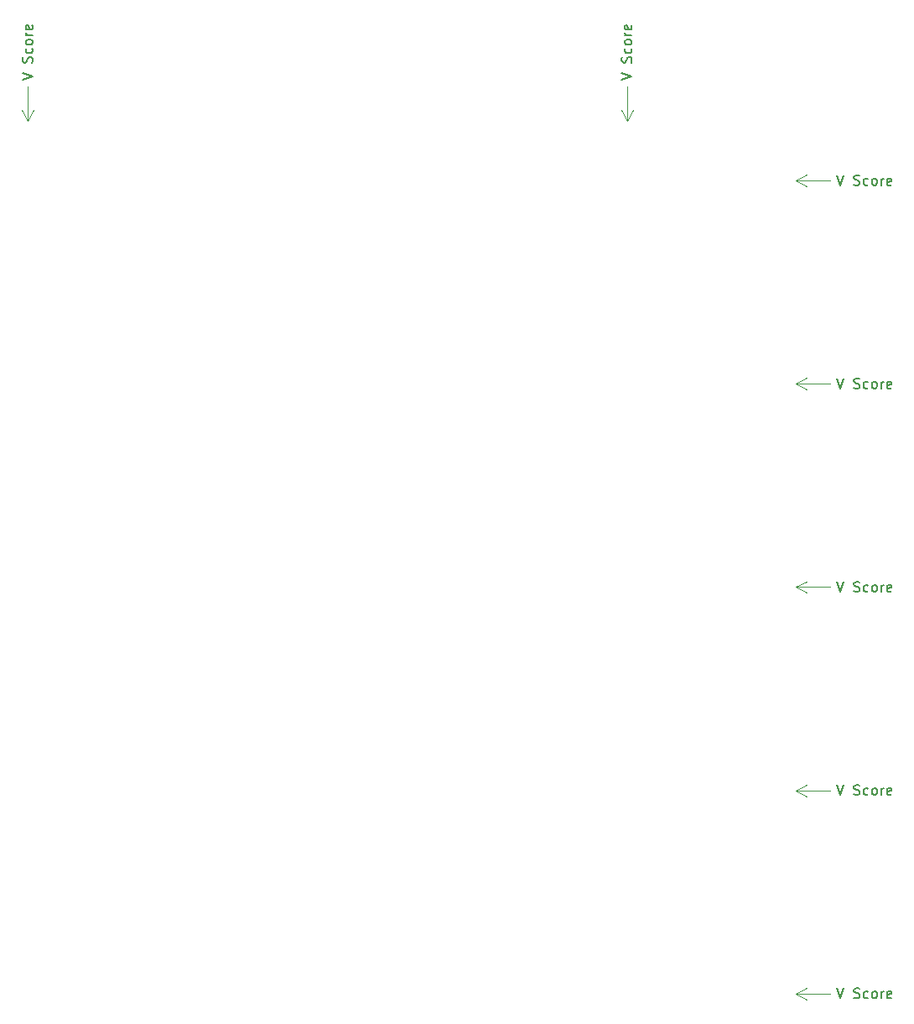
<source format=gbr>
%TF.GenerationSoftware,KiCad,Pcbnew,7.0.5*%
%TF.CreationDate,2023-11-06T22:37:59+10:00*%
%TF.ProjectId,TallyLight_Panel,54616c6c-794c-4696-9768-745f50616e65,rev?*%
%TF.SameCoordinates,Original*%
%TF.FileFunction,Other,Comment*%
%FSLAX46Y46*%
G04 Gerber Fmt 4.6, Leading zero omitted, Abs format (unit mm)*
G04 Created by KiCad (PCBNEW 7.0.5) date 2023-11-06 22:37:59*
%MOMM*%
%LPD*%
G01*
G04 APERTURE LIST*
%ADD10C,0.150000*%
%ADD11C,0.050000*%
G04 APERTURE END LIST*
D10*
X84954819Y-41809523D02*
X85954819Y-41476190D01*
X85954819Y-41476190D02*
X84954819Y-41142857D01*
X85907200Y-40095237D02*
X85954819Y-39952380D01*
X85954819Y-39952380D02*
X85954819Y-39714285D01*
X85954819Y-39714285D02*
X85907200Y-39619047D01*
X85907200Y-39619047D02*
X85859580Y-39571428D01*
X85859580Y-39571428D02*
X85764342Y-39523809D01*
X85764342Y-39523809D02*
X85669104Y-39523809D01*
X85669104Y-39523809D02*
X85573866Y-39571428D01*
X85573866Y-39571428D02*
X85526247Y-39619047D01*
X85526247Y-39619047D02*
X85478628Y-39714285D01*
X85478628Y-39714285D02*
X85431009Y-39904761D01*
X85431009Y-39904761D02*
X85383390Y-39999999D01*
X85383390Y-39999999D02*
X85335771Y-40047618D01*
X85335771Y-40047618D02*
X85240533Y-40095237D01*
X85240533Y-40095237D02*
X85145295Y-40095237D01*
X85145295Y-40095237D02*
X85050057Y-40047618D01*
X85050057Y-40047618D02*
X85002438Y-39999999D01*
X85002438Y-39999999D02*
X84954819Y-39904761D01*
X84954819Y-39904761D02*
X84954819Y-39666666D01*
X84954819Y-39666666D02*
X85002438Y-39523809D01*
X85907200Y-38666666D02*
X85954819Y-38761904D01*
X85954819Y-38761904D02*
X85954819Y-38952380D01*
X85954819Y-38952380D02*
X85907200Y-39047618D01*
X85907200Y-39047618D02*
X85859580Y-39095237D01*
X85859580Y-39095237D02*
X85764342Y-39142856D01*
X85764342Y-39142856D02*
X85478628Y-39142856D01*
X85478628Y-39142856D02*
X85383390Y-39095237D01*
X85383390Y-39095237D02*
X85335771Y-39047618D01*
X85335771Y-39047618D02*
X85288152Y-38952380D01*
X85288152Y-38952380D02*
X85288152Y-38761904D01*
X85288152Y-38761904D02*
X85335771Y-38666666D01*
X85954819Y-38095237D02*
X85907200Y-38190475D01*
X85907200Y-38190475D02*
X85859580Y-38238094D01*
X85859580Y-38238094D02*
X85764342Y-38285713D01*
X85764342Y-38285713D02*
X85478628Y-38285713D01*
X85478628Y-38285713D02*
X85383390Y-38238094D01*
X85383390Y-38238094D02*
X85335771Y-38190475D01*
X85335771Y-38190475D02*
X85288152Y-38095237D01*
X85288152Y-38095237D02*
X85288152Y-37952380D01*
X85288152Y-37952380D02*
X85335771Y-37857142D01*
X85335771Y-37857142D02*
X85383390Y-37809523D01*
X85383390Y-37809523D02*
X85478628Y-37761904D01*
X85478628Y-37761904D02*
X85764342Y-37761904D01*
X85764342Y-37761904D02*
X85859580Y-37809523D01*
X85859580Y-37809523D02*
X85907200Y-37857142D01*
X85907200Y-37857142D02*
X85954819Y-37952380D01*
X85954819Y-37952380D02*
X85954819Y-38095237D01*
X85954819Y-37333332D02*
X85288152Y-37333332D01*
X85478628Y-37333332D02*
X85383390Y-37285713D01*
X85383390Y-37285713D02*
X85335771Y-37238094D01*
X85335771Y-37238094D02*
X85288152Y-37142856D01*
X85288152Y-37142856D02*
X85288152Y-37047618D01*
X85907200Y-36333332D02*
X85954819Y-36428570D01*
X85954819Y-36428570D02*
X85954819Y-36619046D01*
X85954819Y-36619046D02*
X85907200Y-36714284D01*
X85907200Y-36714284D02*
X85811961Y-36761903D01*
X85811961Y-36761903D02*
X85431009Y-36761903D01*
X85431009Y-36761903D02*
X85335771Y-36714284D01*
X85335771Y-36714284D02*
X85288152Y-36619046D01*
X85288152Y-36619046D02*
X85288152Y-36428570D01*
X85288152Y-36428570D02*
X85335771Y-36333332D01*
X85335771Y-36333332D02*
X85431009Y-36285713D01*
X85431009Y-36285713D02*
X85526247Y-36285713D01*
X85526247Y-36285713D02*
X85621485Y-36761903D01*
D11*
X85500000Y-46000000D02*
X85500000Y-44000000D01*
X85500000Y-46000000D02*
X84913579Y-44873496D01*
X85500000Y-46000000D02*
X86086421Y-44873496D01*
X85500000Y-44000000D02*
X85500000Y-42492262D01*
X85500000Y-46000000D02*
X85500000Y-44000000D01*
X85500000Y-46000000D02*
X84913579Y-44873496D01*
X85500000Y-46000000D02*
X86086421Y-44873496D01*
X85500000Y-44000000D02*
X85500000Y-42492262D01*
D10*
X145454819Y-41809523D02*
X146454819Y-41476190D01*
X146454819Y-41476190D02*
X145454819Y-41142857D01*
X146407200Y-40095237D02*
X146454819Y-39952380D01*
X146454819Y-39952380D02*
X146454819Y-39714285D01*
X146454819Y-39714285D02*
X146407200Y-39619047D01*
X146407200Y-39619047D02*
X146359580Y-39571428D01*
X146359580Y-39571428D02*
X146264342Y-39523809D01*
X146264342Y-39523809D02*
X146169104Y-39523809D01*
X146169104Y-39523809D02*
X146073866Y-39571428D01*
X146073866Y-39571428D02*
X146026247Y-39619047D01*
X146026247Y-39619047D02*
X145978628Y-39714285D01*
X145978628Y-39714285D02*
X145931009Y-39904761D01*
X145931009Y-39904761D02*
X145883390Y-39999999D01*
X145883390Y-39999999D02*
X145835771Y-40047618D01*
X145835771Y-40047618D02*
X145740533Y-40095237D01*
X145740533Y-40095237D02*
X145645295Y-40095237D01*
X145645295Y-40095237D02*
X145550057Y-40047618D01*
X145550057Y-40047618D02*
X145502438Y-39999999D01*
X145502438Y-39999999D02*
X145454819Y-39904761D01*
X145454819Y-39904761D02*
X145454819Y-39666666D01*
X145454819Y-39666666D02*
X145502438Y-39523809D01*
X146407200Y-38666666D02*
X146454819Y-38761904D01*
X146454819Y-38761904D02*
X146454819Y-38952380D01*
X146454819Y-38952380D02*
X146407200Y-39047618D01*
X146407200Y-39047618D02*
X146359580Y-39095237D01*
X146359580Y-39095237D02*
X146264342Y-39142856D01*
X146264342Y-39142856D02*
X145978628Y-39142856D01*
X145978628Y-39142856D02*
X145883390Y-39095237D01*
X145883390Y-39095237D02*
X145835771Y-39047618D01*
X145835771Y-39047618D02*
X145788152Y-38952380D01*
X145788152Y-38952380D02*
X145788152Y-38761904D01*
X145788152Y-38761904D02*
X145835771Y-38666666D01*
X146454819Y-38095237D02*
X146407200Y-38190475D01*
X146407200Y-38190475D02*
X146359580Y-38238094D01*
X146359580Y-38238094D02*
X146264342Y-38285713D01*
X146264342Y-38285713D02*
X145978628Y-38285713D01*
X145978628Y-38285713D02*
X145883390Y-38238094D01*
X145883390Y-38238094D02*
X145835771Y-38190475D01*
X145835771Y-38190475D02*
X145788152Y-38095237D01*
X145788152Y-38095237D02*
X145788152Y-37952380D01*
X145788152Y-37952380D02*
X145835771Y-37857142D01*
X145835771Y-37857142D02*
X145883390Y-37809523D01*
X145883390Y-37809523D02*
X145978628Y-37761904D01*
X145978628Y-37761904D02*
X146264342Y-37761904D01*
X146264342Y-37761904D02*
X146359580Y-37809523D01*
X146359580Y-37809523D02*
X146407200Y-37857142D01*
X146407200Y-37857142D02*
X146454819Y-37952380D01*
X146454819Y-37952380D02*
X146454819Y-38095237D01*
X146454819Y-37333332D02*
X145788152Y-37333332D01*
X145978628Y-37333332D02*
X145883390Y-37285713D01*
X145883390Y-37285713D02*
X145835771Y-37238094D01*
X145835771Y-37238094D02*
X145788152Y-37142856D01*
X145788152Y-37142856D02*
X145788152Y-37047618D01*
X146407200Y-36333332D02*
X146454819Y-36428570D01*
X146454819Y-36428570D02*
X146454819Y-36619046D01*
X146454819Y-36619046D02*
X146407200Y-36714284D01*
X146407200Y-36714284D02*
X146311961Y-36761903D01*
X146311961Y-36761903D02*
X145931009Y-36761903D01*
X145931009Y-36761903D02*
X145835771Y-36714284D01*
X145835771Y-36714284D02*
X145788152Y-36619046D01*
X145788152Y-36619046D02*
X145788152Y-36428570D01*
X145788152Y-36428570D02*
X145835771Y-36333332D01*
X145835771Y-36333332D02*
X145931009Y-36285713D01*
X145931009Y-36285713D02*
X146026247Y-36285713D01*
X146026247Y-36285713D02*
X146121485Y-36761903D01*
D11*
X146000000Y-46000000D02*
X146000000Y-44000000D01*
X146000000Y-46000000D02*
X145413579Y-44873496D01*
X146000000Y-46000000D02*
X146586421Y-44873496D01*
X146000000Y-44000000D02*
X146000000Y-42492262D01*
X146000000Y-46000000D02*
X146000000Y-44000000D01*
X146000000Y-46000000D02*
X145413579Y-44873496D01*
X146000000Y-46000000D02*
X146586421Y-44873496D01*
X146000000Y-44000000D02*
X146000000Y-42492262D01*
D10*
X167190476Y-133454819D02*
X167523809Y-134454819D01*
X167523809Y-134454819D02*
X167857142Y-133454819D01*
X168904762Y-134407200D02*
X169047619Y-134454819D01*
X169047619Y-134454819D02*
X169285714Y-134454819D01*
X169285714Y-134454819D02*
X169380952Y-134407200D01*
X169380952Y-134407200D02*
X169428571Y-134359580D01*
X169428571Y-134359580D02*
X169476190Y-134264342D01*
X169476190Y-134264342D02*
X169476190Y-134169104D01*
X169476190Y-134169104D02*
X169428571Y-134073866D01*
X169428571Y-134073866D02*
X169380952Y-134026247D01*
X169380952Y-134026247D02*
X169285714Y-133978628D01*
X169285714Y-133978628D02*
X169095238Y-133931009D01*
X169095238Y-133931009D02*
X169000000Y-133883390D01*
X169000000Y-133883390D02*
X168952381Y-133835771D01*
X168952381Y-133835771D02*
X168904762Y-133740533D01*
X168904762Y-133740533D02*
X168904762Y-133645295D01*
X168904762Y-133645295D02*
X168952381Y-133550057D01*
X168952381Y-133550057D02*
X169000000Y-133502438D01*
X169000000Y-133502438D02*
X169095238Y-133454819D01*
X169095238Y-133454819D02*
X169333333Y-133454819D01*
X169333333Y-133454819D02*
X169476190Y-133502438D01*
X170333333Y-134407200D02*
X170238095Y-134454819D01*
X170238095Y-134454819D02*
X170047619Y-134454819D01*
X170047619Y-134454819D02*
X169952381Y-134407200D01*
X169952381Y-134407200D02*
X169904762Y-134359580D01*
X169904762Y-134359580D02*
X169857143Y-134264342D01*
X169857143Y-134264342D02*
X169857143Y-133978628D01*
X169857143Y-133978628D02*
X169904762Y-133883390D01*
X169904762Y-133883390D02*
X169952381Y-133835771D01*
X169952381Y-133835771D02*
X170047619Y-133788152D01*
X170047619Y-133788152D02*
X170238095Y-133788152D01*
X170238095Y-133788152D02*
X170333333Y-133835771D01*
X170904762Y-134454819D02*
X170809524Y-134407200D01*
X170809524Y-134407200D02*
X170761905Y-134359580D01*
X170761905Y-134359580D02*
X170714286Y-134264342D01*
X170714286Y-134264342D02*
X170714286Y-133978628D01*
X170714286Y-133978628D02*
X170761905Y-133883390D01*
X170761905Y-133883390D02*
X170809524Y-133835771D01*
X170809524Y-133835771D02*
X170904762Y-133788152D01*
X170904762Y-133788152D02*
X171047619Y-133788152D01*
X171047619Y-133788152D02*
X171142857Y-133835771D01*
X171142857Y-133835771D02*
X171190476Y-133883390D01*
X171190476Y-133883390D02*
X171238095Y-133978628D01*
X171238095Y-133978628D02*
X171238095Y-134264342D01*
X171238095Y-134264342D02*
X171190476Y-134359580D01*
X171190476Y-134359580D02*
X171142857Y-134407200D01*
X171142857Y-134407200D02*
X171047619Y-134454819D01*
X171047619Y-134454819D02*
X170904762Y-134454819D01*
X171666667Y-134454819D02*
X171666667Y-133788152D01*
X171666667Y-133978628D02*
X171714286Y-133883390D01*
X171714286Y-133883390D02*
X171761905Y-133835771D01*
X171761905Y-133835771D02*
X171857143Y-133788152D01*
X171857143Y-133788152D02*
X171952381Y-133788152D01*
X172666667Y-134407200D02*
X172571429Y-134454819D01*
X172571429Y-134454819D02*
X172380953Y-134454819D01*
X172380953Y-134454819D02*
X172285715Y-134407200D01*
X172285715Y-134407200D02*
X172238096Y-134311961D01*
X172238096Y-134311961D02*
X172238096Y-133931009D01*
X172238096Y-133931009D02*
X172285715Y-133835771D01*
X172285715Y-133835771D02*
X172380953Y-133788152D01*
X172380953Y-133788152D02*
X172571429Y-133788152D01*
X172571429Y-133788152D02*
X172666667Y-133835771D01*
X172666667Y-133835771D02*
X172714286Y-133931009D01*
X172714286Y-133931009D02*
X172714286Y-134026247D01*
X172714286Y-134026247D02*
X172238096Y-134121485D01*
D11*
X163000000Y-134000000D02*
X165000000Y-134000000D01*
X163000000Y-134000000D02*
X164126504Y-133413579D01*
X163000000Y-134000000D02*
X164126504Y-134586421D01*
X165000000Y-134000000D02*
X166507738Y-134000000D01*
X163000000Y-134000000D02*
X165000000Y-134000000D01*
X163000000Y-134000000D02*
X164126504Y-133413579D01*
X163000000Y-134000000D02*
X164126504Y-134586421D01*
X165000000Y-134000000D02*
X166507738Y-134000000D01*
D10*
X167190476Y-51454819D02*
X167523809Y-52454819D01*
X167523809Y-52454819D02*
X167857142Y-51454819D01*
X168904762Y-52407200D02*
X169047619Y-52454819D01*
X169047619Y-52454819D02*
X169285714Y-52454819D01*
X169285714Y-52454819D02*
X169380952Y-52407200D01*
X169380952Y-52407200D02*
X169428571Y-52359580D01*
X169428571Y-52359580D02*
X169476190Y-52264342D01*
X169476190Y-52264342D02*
X169476190Y-52169104D01*
X169476190Y-52169104D02*
X169428571Y-52073866D01*
X169428571Y-52073866D02*
X169380952Y-52026247D01*
X169380952Y-52026247D02*
X169285714Y-51978628D01*
X169285714Y-51978628D02*
X169095238Y-51931009D01*
X169095238Y-51931009D02*
X169000000Y-51883390D01*
X169000000Y-51883390D02*
X168952381Y-51835771D01*
X168952381Y-51835771D02*
X168904762Y-51740533D01*
X168904762Y-51740533D02*
X168904762Y-51645295D01*
X168904762Y-51645295D02*
X168952381Y-51550057D01*
X168952381Y-51550057D02*
X169000000Y-51502438D01*
X169000000Y-51502438D02*
X169095238Y-51454819D01*
X169095238Y-51454819D02*
X169333333Y-51454819D01*
X169333333Y-51454819D02*
X169476190Y-51502438D01*
X170333333Y-52407200D02*
X170238095Y-52454819D01*
X170238095Y-52454819D02*
X170047619Y-52454819D01*
X170047619Y-52454819D02*
X169952381Y-52407200D01*
X169952381Y-52407200D02*
X169904762Y-52359580D01*
X169904762Y-52359580D02*
X169857143Y-52264342D01*
X169857143Y-52264342D02*
X169857143Y-51978628D01*
X169857143Y-51978628D02*
X169904762Y-51883390D01*
X169904762Y-51883390D02*
X169952381Y-51835771D01*
X169952381Y-51835771D02*
X170047619Y-51788152D01*
X170047619Y-51788152D02*
X170238095Y-51788152D01*
X170238095Y-51788152D02*
X170333333Y-51835771D01*
X170904762Y-52454819D02*
X170809524Y-52407200D01*
X170809524Y-52407200D02*
X170761905Y-52359580D01*
X170761905Y-52359580D02*
X170714286Y-52264342D01*
X170714286Y-52264342D02*
X170714286Y-51978628D01*
X170714286Y-51978628D02*
X170761905Y-51883390D01*
X170761905Y-51883390D02*
X170809524Y-51835771D01*
X170809524Y-51835771D02*
X170904762Y-51788152D01*
X170904762Y-51788152D02*
X171047619Y-51788152D01*
X171047619Y-51788152D02*
X171142857Y-51835771D01*
X171142857Y-51835771D02*
X171190476Y-51883390D01*
X171190476Y-51883390D02*
X171238095Y-51978628D01*
X171238095Y-51978628D02*
X171238095Y-52264342D01*
X171238095Y-52264342D02*
X171190476Y-52359580D01*
X171190476Y-52359580D02*
X171142857Y-52407200D01*
X171142857Y-52407200D02*
X171047619Y-52454819D01*
X171047619Y-52454819D02*
X170904762Y-52454819D01*
X171666667Y-52454819D02*
X171666667Y-51788152D01*
X171666667Y-51978628D02*
X171714286Y-51883390D01*
X171714286Y-51883390D02*
X171761905Y-51835771D01*
X171761905Y-51835771D02*
X171857143Y-51788152D01*
X171857143Y-51788152D02*
X171952381Y-51788152D01*
X172666667Y-52407200D02*
X172571429Y-52454819D01*
X172571429Y-52454819D02*
X172380953Y-52454819D01*
X172380953Y-52454819D02*
X172285715Y-52407200D01*
X172285715Y-52407200D02*
X172238096Y-52311961D01*
X172238096Y-52311961D02*
X172238096Y-51931009D01*
X172238096Y-51931009D02*
X172285715Y-51835771D01*
X172285715Y-51835771D02*
X172380953Y-51788152D01*
X172380953Y-51788152D02*
X172571429Y-51788152D01*
X172571429Y-51788152D02*
X172666667Y-51835771D01*
X172666667Y-51835771D02*
X172714286Y-51931009D01*
X172714286Y-51931009D02*
X172714286Y-52026247D01*
X172714286Y-52026247D02*
X172238096Y-52121485D01*
D11*
X163000000Y-52000000D02*
X165000000Y-52000000D01*
X163000000Y-52000000D02*
X164126504Y-51413579D01*
X163000000Y-52000000D02*
X164126504Y-52586421D01*
X165000000Y-52000000D02*
X166507738Y-52000000D01*
X163000000Y-52000000D02*
X165000000Y-52000000D01*
X163000000Y-52000000D02*
X164126504Y-51413579D01*
X163000000Y-52000000D02*
X164126504Y-52586421D01*
X165000000Y-52000000D02*
X166507738Y-52000000D01*
D10*
X167190476Y-112954819D02*
X167523809Y-113954819D01*
X167523809Y-113954819D02*
X167857142Y-112954819D01*
X168904762Y-113907200D02*
X169047619Y-113954819D01*
X169047619Y-113954819D02*
X169285714Y-113954819D01*
X169285714Y-113954819D02*
X169380952Y-113907200D01*
X169380952Y-113907200D02*
X169428571Y-113859580D01*
X169428571Y-113859580D02*
X169476190Y-113764342D01*
X169476190Y-113764342D02*
X169476190Y-113669104D01*
X169476190Y-113669104D02*
X169428571Y-113573866D01*
X169428571Y-113573866D02*
X169380952Y-113526247D01*
X169380952Y-113526247D02*
X169285714Y-113478628D01*
X169285714Y-113478628D02*
X169095238Y-113431009D01*
X169095238Y-113431009D02*
X169000000Y-113383390D01*
X169000000Y-113383390D02*
X168952381Y-113335771D01*
X168952381Y-113335771D02*
X168904762Y-113240533D01*
X168904762Y-113240533D02*
X168904762Y-113145295D01*
X168904762Y-113145295D02*
X168952381Y-113050057D01*
X168952381Y-113050057D02*
X169000000Y-113002438D01*
X169000000Y-113002438D02*
X169095238Y-112954819D01*
X169095238Y-112954819D02*
X169333333Y-112954819D01*
X169333333Y-112954819D02*
X169476190Y-113002438D01*
X170333333Y-113907200D02*
X170238095Y-113954819D01*
X170238095Y-113954819D02*
X170047619Y-113954819D01*
X170047619Y-113954819D02*
X169952381Y-113907200D01*
X169952381Y-113907200D02*
X169904762Y-113859580D01*
X169904762Y-113859580D02*
X169857143Y-113764342D01*
X169857143Y-113764342D02*
X169857143Y-113478628D01*
X169857143Y-113478628D02*
X169904762Y-113383390D01*
X169904762Y-113383390D02*
X169952381Y-113335771D01*
X169952381Y-113335771D02*
X170047619Y-113288152D01*
X170047619Y-113288152D02*
X170238095Y-113288152D01*
X170238095Y-113288152D02*
X170333333Y-113335771D01*
X170904762Y-113954819D02*
X170809524Y-113907200D01*
X170809524Y-113907200D02*
X170761905Y-113859580D01*
X170761905Y-113859580D02*
X170714286Y-113764342D01*
X170714286Y-113764342D02*
X170714286Y-113478628D01*
X170714286Y-113478628D02*
X170761905Y-113383390D01*
X170761905Y-113383390D02*
X170809524Y-113335771D01*
X170809524Y-113335771D02*
X170904762Y-113288152D01*
X170904762Y-113288152D02*
X171047619Y-113288152D01*
X171047619Y-113288152D02*
X171142857Y-113335771D01*
X171142857Y-113335771D02*
X171190476Y-113383390D01*
X171190476Y-113383390D02*
X171238095Y-113478628D01*
X171238095Y-113478628D02*
X171238095Y-113764342D01*
X171238095Y-113764342D02*
X171190476Y-113859580D01*
X171190476Y-113859580D02*
X171142857Y-113907200D01*
X171142857Y-113907200D02*
X171047619Y-113954819D01*
X171047619Y-113954819D02*
X170904762Y-113954819D01*
X171666667Y-113954819D02*
X171666667Y-113288152D01*
X171666667Y-113478628D02*
X171714286Y-113383390D01*
X171714286Y-113383390D02*
X171761905Y-113335771D01*
X171761905Y-113335771D02*
X171857143Y-113288152D01*
X171857143Y-113288152D02*
X171952381Y-113288152D01*
X172666667Y-113907200D02*
X172571429Y-113954819D01*
X172571429Y-113954819D02*
X172380953Y-113954819D01*
X172380953Y-113954819D02*
X172285715Y-113907200D01*
X172285715Y-113907200D02*
X172238096Y-113811961D01*
X172238096Y-113811961D02*
X172238096Y-113431009D01*
X172238096Y-113431009D02*
X172285715Y-113335771D01*
X172285715Y-113335771D02*
X172380953Y-113288152D01*
X172380953Y-113288152D02*
X172571429Y-113288152D01*
X172571429Y-113288152D02*
X172666667Y-113335771D01*
X172666667Y-113335771D02*
X172714286Y-113431009D01*
X172714286Y-113431009D02*
X172714286Y-113526247D01*
X172714286Y-113526247D02*
X172238096Y-113621485D01*
D11*
X163000000Y-113500000D02*
X165000000Y-113500000D01*
X163000000Y-113500000D02*
X164126504Y-112913579D01*
X163000000Y-113500000D02*
X164126504Y-114086421D01*
X165000000Y-113500000D02*
X166507738Y-113500000D01*
X163000000Y-113500000D02*
X165000000Y-113500000D01*
X163000000Y-113500000D02*
X164126504Y-112913579D01*
X163000000Y-113500000D02*
X164126504Y-114086421D01*
X165000000Y-113500000D02*
X166507738Y-113500000D01*
D10*
X167190476Y-92454819D02*
X167523809Y-93454819D01*
X167523809Y-93454819D02*
X167857142Y-92454819D01*
X168904762Y-93407200D02*
X169047619Y-93454819D01*
X169047619Y-93454819D02*
X169285714Y-93454819D01*
X169285714Y-93454819D02*
X169380952Y-93407200D01*
X169380952Y-93407200D02*
X169428571Y-93359580D01*
X169428571Y-93359580D02*
X169476190Y-93264342D01*
X169476190Y-93264342D02*
X169476190Y-93169104D01*
X169476190Y-93169104D02*
X169428571Y-93073866D01*
X169428571Y-93073866D02*
X169380952Y-93026247D01*
X169380952Y-93026247D02*
X169285714Y-92978628D01*
X169285714Y-92978628D02*
X169095238Y-92931009D01*
X169095238Y-92931009D02*
X169000000Y-92883390D01*
X169000000Y-92883390D02*
X168952381Y-92835771D01*
X168952381Y-92835771D02*
X168904762Y-92740533D01*
X168904762Y-92740533D02*
X168904762Y-92645295D01*
X168904762Y-92645295D02*
X168952381Y-92550057D01*
X168952381Y-92550057D02*
X169000000Y-92502438D01*
X169000000Y-92502438D02*
X169095238Y-92454819D01*
X169095238Y-92454819D02*
X169333333Y-92454819D01*
X169333333Y-92454819D02*
X169476190Y-92502438D01*
X170333333Y-93407200D02*
X170238095Y-93454819D01*
X170238095Y-93454819D02*
X170047619Y-93454819D01*
X170047619Y-93454819D02*
X169952381Y-93407200D01*
X169952381Y-93407200D02*
X169904762Y-93359580D01*
X169904762Y-93359580D02*
X169857143Y-93264342D01*
X169857143Y-93264342D02*
X169857143Y-92978628D01*
X169857143Y-92978628D02*
X169904762Y-92883390D01*
X169904762Y-92883390D02*
X169952381Y-92835771D01*
X169952381Y-92835771D02*
X170047619Y-92788152D01*
X170047619Y-92788152D02*
X170238095Y-92788152D01*
X170238095Y-92788152D02*
X170333333Y-92835771D01*
X170904762Y-93454819D02*
X170809524Y-93407200D01*
X170809524Y-93407200D02*
X170761905Y-93359580D01*
X170761905Y-93359580D02*
X170714286Y-93264342D01*
X170714286Y-93264342D02*
X170714286Y-92978628D01*
X170714286Y-92978628D02*
X170761905Y-92883390D01*
X170761905Y-92883390D02*
X170809524Y-92835771D01*
X170809524Y-92835771D02*
X170904762Y-92788152D01*
X170904762Y-92788152D02*
X171047619Y-92788152D01*
X171047619Y-92788152D02*
X171142857Y-92835771D01*
X171142857Y-92835771D02*
X171190476Y-92883390D01*
X171190476Y-92883390D02*
X171238095Y-92978628D01*
X171238095Y-92978628D02*
X171238095Y-93264342D01*
X171238095Y-93264342D02*
X171190476Y-93359580D01*
X171190476Y-93359580D02*
X171142857Y-93407200D01*
X171142857Y-93407200D02*
X171047619Y-93454819D01*
X171047619Y-93454819D02*
X170904762Y-93454819D01*
X171666667Y-93454819D02*
X171666667Y-92788152D01*
X171666667Y-92978628D02*
X171714286Y-92883390D01*
X171714286Y-92883390D02*
X171761905Y-92835771D01*
X171761905Y-92835771D02*
X171857143Y-92788152D01*
X171857143Y-92788152D02*
X171952381Y-92788152D01*
X172666667Y-93407200D02*
X172571429Y-93454819D01*
X172571429Y-93454819D02*
X172380953Y-93454819D01*
X172380953Y-93454819D02*
X172285715Y-93407200D01*
X172285715Y-93407200D02*
X172238096Y-93311961D01*
X172238096Y-93311961D02*
X172238096Y-92931009D01*
X172238096Y-92931009D02*
X172285715Y-92835771D01*
X172285715Y-92835771D02*
X172380953Y-92788152D01*
X172380953Y-92788152D02*
X172571429Y-92788152D01*
X172571429Y-92788152D02*
X172666667Y-92835771D01*
X172666667Y-92835771D02*
X172714286Y-92931009D01*
X172714286Y-92931009D02*
X172714286Y-93026247D01*
X172714286Y-93026247D02*
X172238096Y-93121485D01*
D11*
X163000000Y-93000000D02*
X165000000Y-93000000D01*
X163000000Y-93000000D02*
X164126504Y-92413579D01*
X163000000Y-93000000D02*
X164126504Y-93586421D01*
X165000000Y-93000000D02*
X166507738Y-93000000D01*
X163000000Y-93000000D02*
X165000000Y-93000000D01*
X163000000Y-93000000D02*
X164126504Y-92413579D01*
X163000000Y-93000000D02*
X164126504Y-93586421D01*
X165000000Y-93000000D02*
X166507738Y-93000000D01*
D10*
X167190476Y-71954819D02*
X167523809Y-72954819D01*
X167523809Y-72954819D02*
X167857142Y-71954819D01*
X168904762Y-72907200D02*
X169047619Y-72954819D01*
X169047619Y-72954819D02*
X169285714Y-72954819D01*
X169285714Y-72954819D02*
X169380952Y-72907200D01*
X169380952Y-72907200D02*
X169428571Y-72859580D01*
X169428571Y-72859580D02*
X169476190Y-72764342D01*
X169476190Y-72764342D02*
X169476190Y-72669104D01*
X169476190Y-72669104D02*
X169428571Y-72573866D01*
X169428571Y-72573866D02*
X169380952Y-72526247D01*
X169380952Y-72526247D02*
X169285714Y-72478628D01*
X169285714Y-72478628D02*
X169095238Y-72431009D01*
X169095238Y-72431009D02*
X169000000Y-72383390D01*
X169000000Y-72383390D02*
X168952381Y-72335771D01*
X168952381Y-72335771D02*
X168904762Y-72240533D01*
X168904762Y-72240533D02*
X168904762Y-72145295D01*
X168904762Y-72145295D02*
X168952381Y-72050057D01*
X168952381Y-72050057D02*
X169000000Y-72002438D01*
X169000000Y-72002438D02*
X169095238Y-71954819D01*
X169095238Y-71954819D02*
X169333333Y-71954819D01*
X169333333Y-71954819D02*
X169476190Y-72002438D01*
X170333333Y-72907200D02*
X170238095Y-72954819D01*
X170238095Y-72954819D02*
X170047619Y-72954819D01*
X170047619Y-72954819D02*
X169952381Y-72907200D01*
X169952381Y-72907200D02*
X169904762Y-72859580D01*
X169904762Y-72859580D02*
X169857143Y-72764342D01*
X169857143Y-72764342D02*
X169857143Y-72478628D01*
X169857143Y-72478628D02*
X169904762Y-72383390D01*
X169904762Y-72383390D02*
X169952381Y-72335771D01*
X169952381Y-72335771D02*
X170047619Y-72288152D01*
X170047619Y-72288152D02*
X170238095Y-72288152D01*
X170238095Y-72288152D02*
X170333333Y-72335771D01*
X170904762Y-72954819D02*
X170809524Y-72907200D01*
X170809524Y-72907200D02*
X170761905Y-72859580D01*
X170761905Y-72859580D02*
X170714286Y-72764342D01*
X170714286Y-72764342D02*
X170714286Y-72478628D01*
X170714286Y-72478628D02*
X170761905Y-72383390D01*
X170761905Y-72383390D02*
X170809524Y-72335771D01*
X170809524Y-72335771D02*
X170904762Y-72288152D01*
X170904762Y-72288152D02*
X171047619Y-72288152D01*
X171047619Y-72288152D02*
X171142857Y-72335771D01*
X171142857Y-72335771D02*
X171190476Y-72383390D01*
X171190476Y-72383390D02*
X171238095Y-72478628D01*
X171238095Y-72478628D02*
X171238095Y-72764342D01*
X171238095Y-72764342D02*
X171190476Y-72859580D01*
X171190476Y-72859580D02*
X171142857Y-72907200D01*
X171142857Y-72907200D02*
X171047619Y-72954819D01*
X171047619Y-72954819D02*
X170904762Y-72954819D01*
X171666667Y-72954819D02*
X171666667Y-72288152D01*
X171666667Y-72478628D02*
X171714286Y-72383390D01*
X171714286Y-72383390D02*
X171761905Y-72335771D01*
X171761905Y-72335771D02*
X171857143Y-72288152D01*
X171857143Y-72288152D02*
X171952381Y-72288152D01*
X172666667Y-72907200D02*
X172571429Y-72954819D01*
X172571429Y-72954819D02*
X172380953Y-72954819D01*
X172380953Y-72954819D02*
X172285715Y-72907200D01*
X172285715Y-72907200D02*
X172238096Y-72811961D01*
X172238096Y-72811961D02*
X172238096Y-72431009D01*
X172238096Y-72431009D02*
X172285715Y-72335771D01*
X172285715Y-72335771D02*
X172380953Y-72288152D01*
X172380953Y-72288152D02*
X172571429Y-72288152D01*
X172571429Y-72288152D02*
X172666667Y-72335771D01*
X172666667Y-72335771D02*
X172714286Y-72431009D01*
X172714286Y-72431009D02*
X172714286Y-72526247D01*
X172714286Y-72526247D02*
X172238096Y-72621485D01*
D11*
X163000000Y-72500000D02*
X165000000Y-72500000D01*
X163000000Y-72500000D02*
X164126504Y-71913579D01*
X163000000Y-72500000D02*
X164126504Y-73086421D01*
X165000000Y-72500000D02*
X166507738Y-72500000D01*
X163000000Y-72500000D02*
X165000000Y-72500000D01*
X163000000Y-72500000D02*
X164126504Y-71913579D01*
X163000000Y-72500000D02*
X164126504Y-73086421D01*
X165000000Y-72500000D02*
X166507738Y-72500000D01*
M02*

</source>
